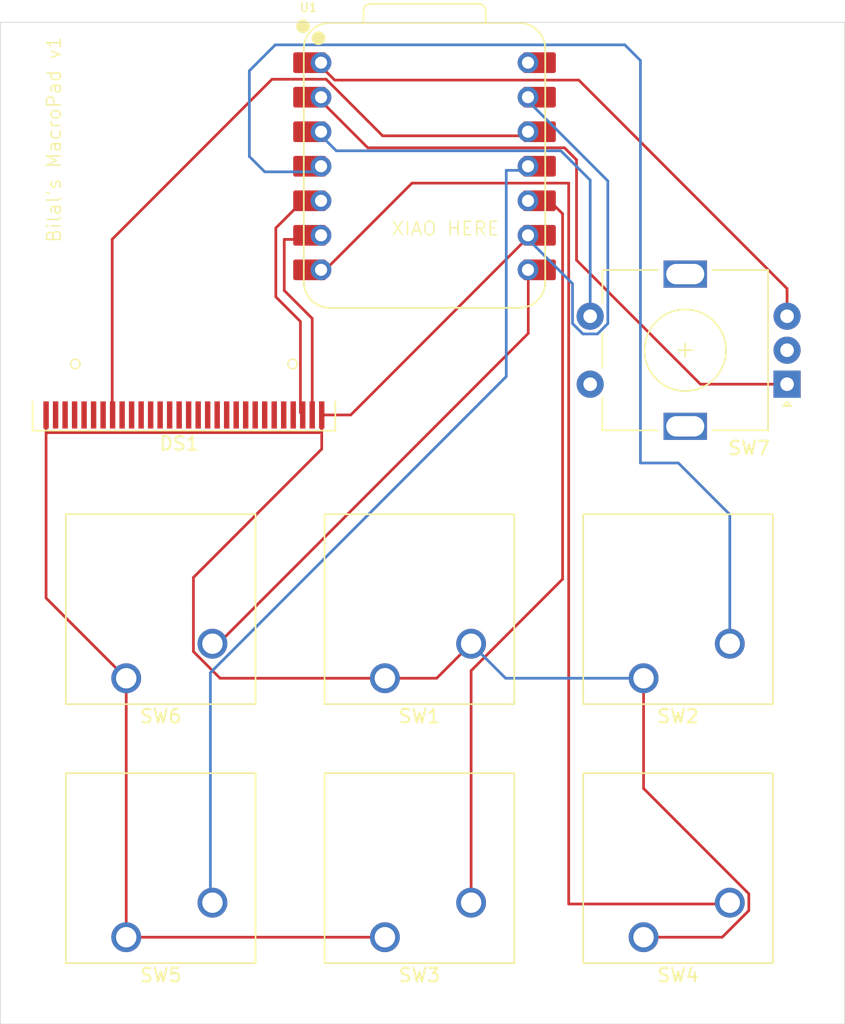
<source format=kicad_pcb>
(kicad_pcb (version 20241229) (generator "pcbnew") (generator_version "9.0")
  (layers (0 "F.Cu" signal) (2 "B.Cu" signal) (13 "F.Paste" user) (15 "B.Paste" user) (5 "F.SilkS" user "F.Silkscreen") (7 "B.SilkS" user "B.Silkscreen") (1 "F.Mask" user) (3 "B.Mask" user) (25 "Edge.Cuts" user))
  (net 0 "")
  (net 6 "+3.3V")
  (net 7 "GND")
  (net 12 "Net-(DS1-SDA)")
  (net 21 "Net-(DS1-SCL)")
  (net 30 "Net-(U1-GPIO29{slash}ADC3{slash}A3)")
  (net 31 "Net-(U1-GPIO4{slash}MISO)")
  (net 32 "Net-(U1-GPIO0{slash}TX)")
  (net 33 "unconnected-(SW5-Pad2)")
  (net 34 "Net-(U1-GPIO1{slash}RX)")
  (net 35 "Net-(U1-GPIO28{slash}ADC2{slash}A2)")
  (net 36 "Net-(U1-GPIO27{slash}ADC1{slash}A1)")
  (net 38 "Net-(U1-GPIO26{slash}ADC0{slash}A0)")
  (footprint "Button_Switch_Keyboard:SW_Cherry_MX_1.00u_PCB" (layer "F.Cu") (at 171.20125 131.18125 180)
    (property "Reference" "SW4" (at -2.54 -2.794 0) (layer "F.SilkS"))
    (property "Value" "SW_Push")
    (fp_line (start 4.445 12.065) (end -9.525 12.065) (stroke (width 0.12)) (layer "F.SilkS"))
    (fp_line (start 4.445 -1.905) (end 4.445 12.065) (stroke (width 0.12)) (layer "F.SilkS"))
    (fp_line (start -9.525 12.065) (end -9.525 -1.905) (stroke (width 0.12)) (layer "F.SilkS"))
    (fp_line (start -9.525 -1.905) (end 4.445 -1.905) (stroke (width 0.12)) (layer "F.SilkS"))
    (pad "" np_thru_hole circle (at -7.62 5.08 180) (size 1.7 1.7) (drill 1.7) (layers "*.Cu" "*.Mask"))
    (pad "" np_thru_hole circle (at -2.54 5.08 180) (size 4 4) (drill 4) (layers "*.Cu" "*.Mask"))
    (pad "" np_thru_hole circle (at 2.54 5.08 180) (size 1.7 1.7) (drill 1.7) (layers "*.Cu" "*.Mask"))
    (pad "1" thru_hole circle (at 0 0 180) (size 2.2 2.2) (drill 1.5) (layers "*.Cu" "*.Mask") (net 7 "GND"))
    (pad "2" thru_hole circle (at -6.35 2.54 180) (size 2.2 2.2) (drill 1.5) (layers "*.Cu" "*.Mask") (net 32 "Net-(U1-GPIO0{slash}TX)"))
  )
  (footprint "OPL:XIAO-RP2040-DIP" (layer "F.Cu") (at 155.06875 74.46875)
    (property "Reference" "U1" (at -8.55 -11.68 0) (layer "F.SilkS") (effects (font (size 0.635 0.635) (thickness 0.1016))))
    (property "Value" "XIAO-RP2040-DIP")
    (fp_line (start -8.89 8.509) (end -8.89 -8.636) (stroke (width 0.127)) (layer "F.SilkS"))
    (fp_line (start -6.985 10.414) (end 6.985 10.414) (stroke (width 0.127)) (layer "F.SilkS"))
    (fp_line (start -4.495 -10.541) (end -4.491272 -11.451272) (stroke (width 0.127)) (layer "F.SilkS"))
    (fp_line (start -3.991272 -11.951) (end 4.004 -11.951) (stroke (width 0.127)) (layer "F.SilkS"))
    (fp_line (start 4.504 -11.451) (end 4.504 -10.541) (stroke (width 0.127)) (layer "F.SilkS"))
    (fp_line (start 6.985 -10.541) (end -6.985 -10.541) (stroke (width 0.1)) (layer "F.SilkS"))
    (fp_line (start 6.985 -10.541) (end -6.985 -10.541) (stroke (width 0.127)) (layer "F.SilkS"))
    (fp_line (start 8.89 8.509) (end 8.89 -8.636) (stroke (width 0.127)) (layer "F.SilkS"))
    (fp_arc (start -8.89 -8.636) (mid -8.332038 -9.983038) (end -6.985 -10.541) (stroke (width 0.127)) (layer "F.SilkS"))
    (fp_arc (start -6.985 10.414) (mid -8.332038 9.856038) (end -8.89 8.509) (stroke (width 0.127)) (layer "F.SilkS"))
    (fp_arc (start -4.491272 -11.451272) (mid -4.344728 -11.80464) (end -3.991272 -11.951) (stroke (width 0.127)) (layer "F.SilkS"))
    (fp_arc (start 4.004 -11.951) (mid 4.357553 -11.804553) (end 4.504 -11.451) (stroke (width 0.127)) (layer "F.SilkS"))
    (fp_arc (start 6.985 -10.541) (mid 8.332038 -9.983038) (end 8.89 -8.636) (stroke (width 0.127)) (layer "F.SilkS"))
    (fp_arc (start 8.89 8.509) (mid 8.332038 9.856038) (end 6.985 10.414) (stroke (width 0.127)) (layer "F.SilkS"))
    (fp_circle (center -8.95 -10.3) (end -8.95 -10.554) (stroke (width 0.5)) (fill yes) (layer "F.SilkS"))
    (fp_circle (center -7.807 -9.42) (end -7.807 -9.674) (stroke (width 0.5)) (fill yes) (layer "F.SilkS"))
    (pad "1" smd roundrect (at -8.455 -7.62 180) (size 2.432 1.524) (layers "F.Cu" "F.Mask") (roundrect_rratio 0.1) (net 38 "Net-(U1-GPIO26{slash}ADC0{slash}A0)"))
    (pad "1" thru_hole circle (at -7.62 -7.62 180) (size 1.524 1.524) (drill 0.889) (layers "*.Cu" "*.Mask") (net 38 "Net-(U1-GPIO26{slash}ADC0{slash}A0)"))
    (pad "2" smd roundrect (at -8.455 -5.08 180) (size 2.432 1.524) (layers "F.Cu" "F.Mask") (roundrect_rratio 0.1) (net 36 "Net-(U1-GPIO27{slash}ADC1{slash}A1)"))
    (pad "2" thru_hole circle (at -7.62 -5.08 180) (size 1.524 1.524) (drill 0.889) (layers "*.Cu" "*.Mask") (net 36 "Net-(U1-GPIO27{slash}ADC1{slash}A1)"))
    (pad "3" smd roundrect (at -8.455 -2.54 180) (size 2.432 1.524) (layers "F.Cu" "F.Mask") (roundrect_rratio 0.1) (net 35 "Net-(U1-GPIO28{slash}ADC2{slash}A2)"))
    (pad "3" thru_hole circle (at -7.62 -2.54 180) (size 1.524 1.524) (drill 0.889) (layers "*.Cu" "*.Mask") (net 35 "Net-(U1-GPIO28{slash}ADC2{slash}A2)"))
    (pad "4" smd roundrect (at -8.455 0 180) (size 2.432 1.524) (layers "F.Cu" "F.Mask") (roundrect_rratio 0.1) (net 30 "Net-(U1-GPIO29{slash}ADC3{slash}A3)"))
    (pad "4" thru_hole circle (at -7.62 0 180) (size 1.524 1.524) (drill 0.889) (layers "*.Cu" "*.Mask") (net 30 "Net-(U1-GPIO29{slash}ADC3{slash}A3)"))
    (pad "5" smd roundrect (at -8.455 2.54 180) (size 2.432 1.524) (layers "F.Cu" "F.Mask") (roundrect_rratio 0.1) (net 12 "Net-(DS1-SDA)"))
    (pad "5" thru_hole circle (at -7.62 2.54 180) (size 1.524 1.524) (drill 0.889) (layers "*.Cu" "*.Mask") (net 12 "Net-(DS1-SDA)"))
    (pad "6" smd roundrect (at -8.455 5.08 180) (size 2.432 1.524) (layers "F.Cu" "F.Mask") (roundrect_rratio 0.1) (net 21 "Net-(DS1-SCL)"))
    (pad "6" thru_hole circle (at -7.62 5.08 180) (size 1.524 1.524) (drill 0.889) (layers "*.Cu" "*.Mask") (net 21 "Net-(DS1-SCL)"))
    (pad "7" smd roundrect (at -8.455 7.62 180) (size 2.432 1.524) (layers "F.Cu" "F.Mask") (roundrect_rratio 0.1) (net 32 "Net-(U1-GPIO0{slash}TX)"))
    (pad "7" thru_hole circle (at -7.62 7.62 180) (size 1.524 1.524) (drill 0.889) (layers "*.Cu" "*.Mask") (net 32 "Net-(U1-GPIO0{slash}TX)"))
    (pad "8" thru_hole circle (at 7.62 7.62) (size 1.524 1.524) (drill 0.889) (layers "*.Cu" "*.Mask") (net 34 "Net-(U1-GPIO1{slash}RX)"))
    (pad "8" smd roundrect (at 8.455 7.62) (size 2.432 1.524) (layers "F.Cu" "F.Mask") (roundrect_rratio 0.1) (net 34 "Net-(U1-GPIO1{slash}RX)"))
    (pad "9" thru_hole circle (at 7.62 5.08) (size 1.524 1.524) (drill 0.889) (layers "*.Cu" "*.Mask") (net 7 "GND"))
    (pad "9" smd roundrect (at 8.455 5.08) (size 2.432 1.524) (layers "F.Cu" "F.Mask") (roundrect_rratio 0.1) (net 7 "GND"))
    (pad "10" thru_hole circle (at 7.62 2.54) (size 1.524 1.524) (drill 0.889) (layers "*.Cu" "*.Mask") (net 31 "Net-(U1-GPIO4{slash}MISO)"))
    (pad "10" smd roundrect (at 8.455 2.54) (size 2.432 1.524) (layers "F.Cu" "F.Mask") (roundrect_rratio 0.1) (net 31 "Net-(U1-GPIO4{slash}MISO)"))
    (pad "11" thru_hole circle (at 7.62 0) (size 1.524 1.524) (drill 0.889) (layers "*.Cu" "*.Mask") (net 33 "unconnected-(SW5-Pad2)"))
    (pad "11" smd roundrect (at 8.455 0) (size 2.432 1.524) (layers "F.Cu" "F.Mask") (roundrect_rratio 0.1) (net 33 "unconnected-(SW5-Pad2)"))
    (pad "12" thru_hole circle (at 7.62 -2.54) (size 1.524 1.524) (drill 0.889) (layers "*.Cu" "*.Mask") (net 6 "+3.3V"))
    (pad "12" smd roundrect (at 8.455 -2.54) (size 2.432 1.524) (layers "F.Cu" "F.Mask") (roundrect_rratio 0.1) (net 6 "+3.3V"))
    (pad "13" thru_hole circle (at 7.62 -5.08) (size 1.524 1.524) (drill 0.889) (layers "*.Cu" "*.Mask") (net 7 "GND"))
    (pad "13" smd roundrect (at 8.455 -5.08) (size 2.432 1.524) (layers "F.Cu" "F.Mask") (roundrect_rratio 0.1) (net 7 "GND"))
    (pad "14" thru_hole circle (at 7.62 -7.62) (size 1.524 1.524) (drill 0.889) (layers "*.Cu" "*.Mask"))
    (pad "14" smd roundrect (at 8.455 -7.62) (size 2.432 1.524) (layers "F.Cu" "F.Mask") (roundrect_rratio 0.1))
  )
  (footprint "Button_Switch_Keyboard:SW_Cherry_MX_1.00u_PCB" (layer "F.Cu") (at 152.15125 112.13125 180)
    (property "Reference" "SW1" (at -2.54 -2.794 0) (layer "F.SilkS"))
    (property "Value" "SW_Push")
    (fp_line (start 4.445 12.065) (end -9.525 12.065) (stroke (width 0.12)) (layer "F.SilkS"))
    (fp_line (start 4.445 -1.905) (end 4.445 12.065) (stroke (width 0.12)) (layer "F.SilkS"))
    (fp_line (start -9.525 12.065) (end -9.525 -1.905) (stroke (width 0.12)) (layer "F.SilkS"))
    (fp_line (start -9.525 -1.905) (end 4.445 -1.905) (stroke (width 0.12)) (layer "F.SilkS"))
    (pad "" np_thru_hole circle (at -7.62 5.08 180) (size 1.7 1.7) (drill 1.7) (layers "*.Cu" "*.Mask"))
    (pad "" np_thru_hole circle (at -2.54 5.08 180) (size 4 4) (drill 4) (layers "*.Cu" "*.Mask"))
    (pad "" np_thru_hole circle (at 2.54 5.08 180) (size 1.7 1.7) (drill 1.7) (layers "*.Cu" "*.Mask"))
    (pad "1" thru_hole circle (at 0 0 180) (size 2.2 2.2) (drill 1.5) (layers "*.Cu" "*.Mask") (net 7 "GND"))
    (pad "2" thru_hole circle (at -6.35 2.54 180) (size 2.2 2.2) (drill 1.5) (layers "*.Cu" "*.Mask") (net 7 "GND"))
  )
  (footprint "Rotary_Encoder:RotaryEncoder_Alps_EC11E-Switch_Vertical_H20mm" (layer "F.Cu") (at 181.76875 90.50125 180)
    (property "Reference" "SW7" (at 2.8 -4.7 0) (layer "F.SilkS"))
    (property "Value" "RotaryEncoder_Switch")
    (fp_line (start 13.6 8.4) (end 9.5 8.4) (stroke (width 0.12)) (layer "F.SilkS"))
    (fp_line (start 13.6 6) (end 13.6 8.4) (stroke (width 0.12)) (layer "F.SilkS"))
    (fp_line (start 13.6 1.2) (end 13.6 3.8) (stroke (width 0.12)) (layer "F.SilkS"))
    (fp_line (start 13.6 -3.4) (end 13.6 -1) (stroke (width 0.12)) (layer "F.SilkS"))
    (fp_line (start 9.5 -3.4) (end 13.6 -3.4) (stroke (width 0.12)) (layer "F.SilkS"))
    (fp_line (start 7.5 2) (end 7.5 3) (stroke (width 0.12)) (layer "F.SilkS"))
    (fp_line (start 7 2.5) (end 8 2.5) (stroke (width 0.12)) (layer "F.SilkS"))
    (fp_line (start 5.5 8.4) (end 1.4 8.4) (stroke (width 0.12)) (layer "F.SilkS"))
    (fp_line (start 5.5 -3.4) (end 1.4 -3.4) (stroke (width 0.12)) (layer "F.SilkS"))
    (fp_line (start 1.4 -3.4) (end 1.4 8.4) (stroke (width 0.12)) (layer "F.SilkS"))
    (fp_line (start 0.3 -1.6) (end 0 -1.3) (stroke (width 0.12)) (layer "F.SilkS"))
    (fp_line (start 0 -1.3) (end -0.3 -1.6) (stroke (width 0.12)) (layer "F.SilkS"))
    (fp_line (start -0.3 -1.6) (end 0.3 -1.6) (stroke (width 0.12)) (layer "F.SilkS"))
    (fp_circle (center 7.5 2.5) (end 10.5 2.5) (stroke (width 0.12)) (fill no) (layer "F.SilkS"))
    (pad "A" thru_hole rect (at 0 0 180) (size 2 2) (drill 1) (layers "*.Cu" "*.Mask") (net 36 "Net-(U1-GPIO27{slash}ADC1{slash}A1)"))
    (pad "B" thru_hole circle (at 0 5 180) (size 2 2) (drill 1) (layers "*.Cu" "*.Mask") (net 38 "Net-(U1-GPIO26{slash}ADC0{slash}A0)"))
    (pad "C" thru_hole circle (at 0 2.5 180) (size 2 2) (drill 1) (layers "*.Cu" "*.Mask"))
    (pad "MP" thru_hole rect (at 7.5 -3.1 180) (size 3.2 2) (drill oval 2.8 1.5) (layers "*.Cu" "*.Mask"))
    (pad "MP" thru_hole rect (at 7.5 8.1 180) (size 3.2 2) (drill oval 2.8 1.5) (layers "*.Cu" "*.Mask"))
    (pad "S1" thru_hole circle (at 14.5 5 180) (size 2 2) (drill 1) (layers "*.Cu" "*.Mask") (net 35 "Net-(U1-GPIO28{slash}ADC2{slash}A2)"))
    (pad "S2" thru_hole circle (at 14.5 0 180) (size 2 2) (drill 1) (layers "*.Cu" "*.Mask"))
  )
  (footprint "Button_Switch_Keyboard:SW_Cherry_MX_1.00u_PCB" (layer "F.Cu") (at 133.10125 131.18125 180)
    (property "Reference" "SW5" (at -2.54 -2.794 0) (layer "F.SilkS"))
    (property "Value" "SW_Push")
    (fp_line (start 4.445 12.065) (end -9.525 12.065) (stroke (width 0.12)) (layer "F.SilkS"))
    (fp_line (start 4.445 -1.905) (end 4.445 12.065) (stroke (width 0.12)) (layer "F.SilkS"))
    (fp_line (start -9.525 12.065) (end -9.525 -1.905) (stroke (width 0.12)) (layer "F.SilkS"))
    (fp_line (start -9.525 -1.905) (end 4.445 -1.905) (stroke (width 0.12)) (layer "F.SilkS"))
    (pad "" np_thru_hole circle (at -7.62 5.08 180) (size 1.7 1.7) (drill 1.7) (layers "*.Cu" "*.Mask"))
    (pad "" np_thru_hole circle (at -2.54 5.08 180) (size 4 4) (drill 4) (layers "*.Cu" "*.Mask"))
    (pad "" np_thru_hole circle (at 2.54 5.08 180) (size 1.7 1.7) (drill 1.7) (layers "*.Cu" "*.Mask"))
    (pad "1" thru_hole circle (at 0 0 180) (size 2.2 2.2) (drill 1.5) (layers "*.Cu" "*.Mask") (net 7 "GND"))
    (pad "2" thru_hole circle (at -6.35 2.54 180) (size 2.2 2.2) (drill 1.5) (layers "*.Cu" "*.Mask") (net 33 "unconnected-(SW5-Pad2)"))
  )
  (footprint "Button_Switch_Keyboard:SW_Cherry_MX_1.00u_PCB" (layer "F.Cu") (at 171.20125 112.13125 180)
    (property "Reference" "SW2" (at -2.54 -2.794 0) (layer "F.SilkS"))
    (property "Value" "SW_Push")
    (fp_line (start 4.445 12.065) (end -9.525 12.065) (stroke (width 0.12)) (layer "F.SilkS"))
    (fp_line (start 4.445 -1.905) (end 4.445 12.065) (stroke (width 0.12)) (layer "F.SilkS"))
    (fp_line (start -9.525 12.065) (end -9.525 -1.905) (stroke (width 0.12)) (layer "F.SilkS"))
    (fp_line (start -9.525 -1.905) (end 4.445 -1.905) (stroke (width 0.12)) (layer "F.SilkS"))
    (pad "" np_thru_hole circle (at -7.62 5.08 180) (size 1.7 1.7) (drill 1.7) (layers "*.Cu" "*.Mask"))
    (pad "" np_thru_hole circle (at -2.54 5.08 180) (size 4 4) (drill 4) (layers "*.Cu" "*.Mask"))
    (pad "" np_thru_hole circle (at 2.54 5.08 180) (size 1.7 1.7) (drill 1.7) (layers "*.Cu" "*.Mask"))
    (pad "1" thru_hole circle (at 0 0 180) (size 2.2 2.2) (drill 1.5) (layers "*.Cu" "*.Mask") (net 7 "GND"))
    (pad "2" thru_hole circle (at -6.35 2.54 180) (size 2.2 2.2) (drill 1.5) (layers "*.Cu" "*.Mask") (net 30 "Net-(U1-GPIO29{slash}ADC3{slash}A3)"))
  )
  (footprint "Display:OLED-128O064D" (layer "F.Cu") (at 137.34875 92.76375)
    (property "Reference" "DS1" (at -0.35 2.1 0) (layer "F.SilkS"))
    (property "Value" "OLED-128O064D")
    (fp_line (start -11.15 -1) (end -11.15 1.15) (stroke (width 0.12)) (layer "F.SilkS"))
    (fp_line (start -11.15 1.15) (end 11.15 1.15) (stroke (width 0.12)) (layer "F.SilkS"))
    (fp_line (start 11.15 1.15) (end 11.15 -1) (stroke (width 0.12)) (layer "F.SilkS"))
    (fp_circle (center -8 -3.75) (end -7.65 -3.75) (stroke (width 0.1)) (fill no) (layer "F.SilkS"))
    (fp_circle (center 8 -3.75) (end 8.35 -3.75) (stroke (width 0.1)) (fill no) (layer "F.SilkS"))
    (pad "1" smd rect (at -10.15 0) (size 0.4 2) (layers "F.Cu" "F.Mask" "F.Paste") (net 7 "GND"))
    (pad "2" smd rect (at -9.45 0) (size 0.4 2) (layers "F.Cu" "F.Mask" "F.Paste"))
    (pad "3" smd rect (at -8.75 0) (size 0.4 2) (layers "F.Cu" "F.Mask" "F.Paste"))
    (pad "4" smd rect (at -8.05 0) (size 0.4 2) (layers "F.Cu" "F.Mask" "F.Paste"))
    (pad "5" smd rect (at -7.35 0) (size 0.4 2) (layers "F.Cu" "F.Mask" "F.Paste"))
    (pad "6" smd rect (at -6.65 0) (size 0.4 2) (layers "F.Cu" "F.Mask" "F.Paste"))
    (pad "7" smd rect (at -5.95 0) (size 0.4 2) (layers "F.Cu" "F.Mask" "F.Paste"))
    (pad "8" smd rect (at -5.25 0) (size 0.4 2) (layers "F.Cu" "F.Mask" "F.Paste") (net 6 "+3.3V"))
    (pad "9" smd rect (at -4.55 0) (size 0.4 2) (layers "F.Cu" "F.Mask" "F.Paste"))
    (pad "10" smd rect (at -3.85 0) (size 0.4 2) (layers "F.Cu" "F.Mask" "F.Paste"))
    (pad "11" smd rect (at -3.15 0) (size 0.4 2) (layers "F.Cu" "F.Mask" "F.Paste"))
    (pad "12" smd rect (at -2.45 0) (size 0.4 2) (layers "F.Cu" "F.Mask" "F.Paste"))
    (pad "13" smd rect (at -1.75 0) (size 0.4 2) (layers "F.Cu" "F.Mask" "F.Paste"))
    (pad "14" smd rect (at -1.05 0) (size 0.4 2) (layers "F.Cu" "F.Mask" "F.Paste"))
    (pad "15" smd rect (at -0.35 0) (size 0.4 2) (layers "F.Cu" "F.Mask" "F.Paste"))
    (pad "16" smd rect (at 0.35 0) (size 0.4 2) (layers "F.Cu" "F.Mask" "F.Paste"))
    (pad "17" smd rect (at 1.05 0) (size 0.4 2) (layers "F.Cu" "F.Mask" "F.Paste"))
    (pad "18" smd rect (at 1.75 0) (size 0.4 2) (layers "F.Cu" "F.Mask" "F.Paste"))
    (pad "19" smd rect (at 2.45 0) (size 0.4 2) (layers "F.Cu" "F.Mask" "F.Paste"))
    (pad "20" smd rect (at 3.15 0) (size 0.4 2) (layers "F.Cu" "F.Mask" "F.Paste"))
    (pad "21" smd rect (at 3.85 0) (size 0.4 2) (layers "F.Cu" "F.Mask" "F.Paste"))
    (pad "22" smd rect (at 4.55 0) (size 0.4 2) (layers "F.Cu" "F.Mask" "F.Paste"))
    (pad "23" smd rect (at 5.25 0) (size 0.4 2) (layers "F.Cu" "F.Mask" "F.Paste"))
    (pad "24" smd rect (at 5.95 0) (size 0.4 2) (layers "F.Cu" "F.Mask" "F.Paste"))
    (pad "25" smd rect (at 6.65 0) (size 0.4 2) (layers "F.Cu" "F.Mask" "F.Paste"))
    (pad "26" smd rect (at 7.35 0) (size 0.4 2) (layers "F.Cu" "F.Mask" "F.Paste"))
    (pad "27" smd rect (at 8.05 0) (size 0.4 2) (layers "F.Cu" "F.Mask" "F.Paste"))
    (pad "28" smd rect (at 8.75 0) (size 0.4 2) (layers "F.Cu" "F.Mask" "F.Paste") (net 12 "Net-(DS1-SDA)"))
    (pad "29" smd rect (at 9.45 0) (size 0.4 2) (layers "F.Cu" "F.Mask" "F.Paste") (net 21 "Net-(DS1-SCL)"))
    (pad "30" smd rect (at 10.15 0) (size 0.4 2) (layers "F.Cu" "F.Mask" "F.Paste") (net 7 "GND"))
  )
  (footprint "Button_Switch_Keyboard:SW_Cherry_MX_1.00u_PCB" (layer "F.Cu") (at 133.10125 112.13125 180)
    (property "Reference" "SW6" (at -2.54 -2.794 0) (layer "F.SilkS"))
    (property "Value" "SW_Push")
    (fp_line (start 4.445 12.065) (end -9.525 12.065) (stroke (width 0.12)) (layer "F.SilkS"))
    (fp_line (start 4.445 -1.905) (end 4.445 12.065) (stroke (width 0.12)) (layer "F.SilkS"))
    (fp_line (start -9.525 12.065) (end -9.525 -1.905) (stroke (width 0.12)) (layer "F.SilkS"))
    (fp_line (start -9.525 -1.905) (end 4.445 -1.905) (stroke (width 0.12)) (layer "F.SilkS"))
    (pad "" np_thru_hole circle (at -7.62 5.08 180) (size 1.7 1.7) (drill 1.7) (layers "*.Cu" "*.Mask"))
    (pad "" np_thru_hole circle (at -2.54 5.08 180) (size 4 4) (drill 4) (layers "*.Cu" "*.Mask"))
    (pad "" np_thru_hole circle (at 2.54 5.08 180) (size 1.7 1.7) (drill 1.7) (layers "*.Cu" "*.Mask"))
    (pad "1" thru_hole circle (at 0 0 180) (size 2.2 2.2) (drill 1.5) (layers "*.Cu" "*.Mask") (net 7 "GND"))
    (pad "2" thru_hole circle (at -6.35 2.54 180) (size 2.2 2.2) (drill 1.5) (layers "*.Cu" "*.Mask") (net 34 "Net-(U1-GPIO1{slash}RX)"))
  )
  (footprint "Button_Switch_Keyboard:SW_Cherry_MX_1.00u_PCB" (layer "F.Cu") (at 152.15125 131.18125 180)
    (property "Reference" "SW3" (at -2.54 -2.794 0) (layer "F.SilkS"))
    (property "Value" "SW_Push")
    (fp_line (start 4.445 12.065) (end -9.525 12.065) (stroke (width 0.12)) (layer "F.SilkS"))
    (fp_line (start 4.445 -1.905) (end 4.445 12.065) (stroke (width 0.12)) (layer "F.SilkS"))
    (fp_line (start -9.525 12.065) (end -9.525 -1.905) (stroke (width 0.12)) (layer "F.SilkS"))
    (fp_line (start -9.525 -1.905) (end 4.445 -1.905) (stroke (width 0.12)) (layer "F.SilkS"))
    (pad "" np_thru_hole circle (at -7.62 5.08 180) (size 1.7 1.7) (drill 1.7) (layers "*.Cu" "*.Mask"))
    (pad "" np_thru_hole circle (at -2.54 5.08 180) (size 4 4) (drill 4) (layers "*.Cu" "*.Mask"))
    (pad "" np_thru_hole circle (at 2.54 5.08 180) (size 1.7 1.7) (drill 1.7) (layers "*.Cu" "*.Mask"))
    (pad "1" thru_hole circle (at 0 0 180) (size 2.2 2.2) (drill 1.5) (layers "*.Cu" "*.Mask") (net 7 "GND"))
    (pad "2" thru_hole circle (at -6.35 2.54 180) (size 2.2 2.2) (drill 1.5) (layers "*.Cu" "*.Mask") (net 31 "Net-(U1-GPIO4{slash}MISO)"))
  )
  (gr_rect (start 123.83 63.88125) (end 186.01 137.57) (stroke (width 0.05)) (fill no) (layer "Edge.Cuts"))
  (gr_text "XIAO HERE" (at 152.55875 79.63875 0) (layer "F.SilkS") (effects (font (size 1 1) (thickness 0.1)) (justify left bottom)))
  (gr_text "Bilal's MacroPad v1" (at 128.36875 80.15875 90) (layer "F.SilkS") (effects (font (size 1 1) (thickness 0.1)) (justify left bottom)))
  (segment (start 143.8375 68.07) (end 147.8229 68.07) (width 0.2) (layer "F.Cu") (net 6))
  (segment (start 132.0675 79.84) (end 143.8375 68.07) (width 0.2) (layer "F.Cu") (net 6))
  (segment (start 132.09875 92.76375) (end 132.0675 92.7325) (width 0.2) (layer "F.Cu") (net 6))
  (segment (start 147.8229 68.07) (end 151.98165 72.22875) (width 0.2) (layer "F.Cu") (net 6))
  (segment (start 151.98165 72.22875) (end 163.54375 72.22875) (width 0.2) (layer "F.Cu") (net 6))
  (segment (start 132.0675 92.7325) (end 132.0675 79.84) (width 0.2) (layer "F.Cu") (net 6))
  (segment (start 133.10125 131.18125) (end 152.15125 131.18125) (width 0.2) (layer "F.Cu") (net 7))
  (segment (start 147.29975 94.06475) (end 127.29975 94.06475) (width 0.2) (layer "F.Cu") (net 7))
  (segment (start 147.49875 92.76375) (end 147.49875 93.86575) (width 0.2) (layer "F.Cu") (net 7))
  (segment (start 152.15125 112.13125) (end 140.009936 112.13125) (width 0.2) (layer "F.Cu") (net 7))
  (segment (start 127.19875 106.22875) (end 133.10125 112.13125) (width 0.2) (layer "F.Cu") (net 7))
  (segment (start 127.19875 92.76375) (end 127.19875 106.22875) (width 0.2) (layer "F.Cu") (net 7))
  (segment (start 171.20125 131.18125) (end 176.992564 131.18125) (width 0.2) (layer "F.Cu") (net 7))
  (segment (start 176.992564 131.18125) (end 178.95225 129.221564) (width 0.2) (layer "F.Cu") (net 7))
  (segment (start 178.95225 129.221564) (end 178.95225 127.987434) (width 0.2) (layer "F.Cu") (net 7))
  (segment (start 155.96125 112.13125) (end 152.15125 112.13125) (width 0.2) (layer "F.Cu") (net 7))
  (segment (start 171.20125 120.236434) (end 171.20125 112.13125) (width 0.2) (layer "F.Cu") (net 7))
  (segment (start 178.95225 127.987434) (end 171.20125 120.236434) (width 0.2) (layer "F.Cu") (net 7))
  (segment (start 138.05025 104.71725) (end 147.49875 95.26875) (width 0.2) (layer "F.Cu") (net 7))
  (segment (start 162.70875 79.84875) (end 162.54875 79.84875) (width 0.2) (layer "F.Cu") (net 7))
  (segment (start 138.05025 110.171564) (end 138.05025 104.71725) (width 0.2) (layer "F.Cu") (net 7))
  (segment (start 127.29975 94.06475) (end 127.19875 93.96375) (width 0.2) (layer "F.Cu") (net 7))
  (segment (start 127.19875 93.96375) (end 127.19875 92.76375) (width 0.2) (layer "F.Cu") (net 7))
  (segment (start 149.63375 92.76375) (end 147.49875 92.76375) (width 0.2) (layer "F.Cu") (net 7))
  (segment (start 133.10125 112.13125) (end 133.10125 131.18125) (width 0.2) (layer "F.Cu") (net 7))
  (segment (start 140.009936 112.13125) (end 138.05025 110.171564) (width 0.2) (layer "F.Cu") (net 7))
  (segment (start 158.50125 109.59125) (end 155.96125 112.13125) (width 0.2) (layer "F.Cu") (net 7))
  (segment (start 162.54875 79.84875) (end 149.63375 92.76375) (width 0.2) (layer "F.Cu") (net 7))
  (segment (start 147.49875 93.86575) (end 147.29975 94.06475) (width 0.2) (layer "F.Cu") (net 7))
  (segment (start 147.49875 95.26875) (end 147.49875 92.76375) (width 0.2) (layer "F.Cu") (net 7))
  (segment (start 167.807642 86.80225) (end 168.56975 86.040142) (width 0.2) (layer "B.Cu") (net 7))
  (segment (start 166.729858 86.80225) (end 167.807642 86.80225) (width 0.2) (layer "B.Cu") (net 7))
  (segment (start 165.96775 86.040142) (end 166.729858 86.80225) (width 0.2) (layer "B.Cu") (net 7))
  (segment (start 171.20125 112.13125) (end 161.04125 112.13125) (width 0.2) (layer "B.Cu") (net 7))
  (segment (start 168.56975 86.040142) (end 168.56975 75.54975) (width 0.2) (layer "B.Cu") (net 7))
  (segment (start 165.96775 83.10775) (end 165.96775 86.040142) (width 0.2) (layer "B.Cu") (net 7))
  (segment (start 168.56975 75.54975) (end 162.70875 69.68875) (width 0.2) (layer "B.Cu") (net 7))
  (segment (start 162.70875 79.84875) (end 165.96775 83.10775) (width 0.2) (layer "B.Cu") (net 7))
  (segment (start 161.04125 112.13125) (end 158.50125 109.59125) (width 0.2) (layer "B.Cu") (net 7))
  (segment (start 145.92875 85.88875) (end 144.11875 84.07875) (width 0.2) (layer "F.Cu") (net 12))
  (segment (start 145.81875 77.30875) (end 146.63375 77.30875) (width 0.2) (layer "F.Cu") (net 12))
  (segment (start 145.92875 92.59375) (end 145.92875 85.88875) (width 0.2) (layer "F.Cu") (net 12))
  (segment (start 144.11875 79.00875) (end 145.81875 77.30875) (width 0.2) (layer "F.Cu") (net 12))
  (segment (start 146.09875 92.76375) (end 145.92875 92.59375) (width 0.2) (layer "F.Cu") (net 12))
  (segment (start 144.11875 84.07875) (end 144.11875 79.00875) (width 0.2) (layer "F.Cu") (net 12))
  (segment (start 146.79875 85.66875) (end 144.73875 83.60875) (width 0.2) (layer "F.Cu") (net 21))
  (segment (start 144.73875 79.84875) (end 146.63375 79.84875) (width 0.2) (layer "F.Cu") (net 21))
  (segment (start 144.73875 83.60875) (end 144.73875 79.84875) (width 0.2) (layer "F.Cu") (net 21))
  (segment (start 146.79875 92.76375) (end 146.79875 85.66875) (width 0.2) (layer "F.Cu") (net 21))
  (segment (start 144.07875 65.53875) (end 142.16875 67.44875) (width 0.2) (layer "B.Cu") (net 30))
  (segment (start 177.55125 109.59125) (end 177.55125 100.08575) (width 0.2) (layer "B.Cu") (net 30))
  (segment (start 169.81875 65.53875) (end 144.07875 65.53875) (width 0.2) (layer "B.Cu") (net 30))
  (segment (start 177.55125 100.08575) (end 173.76425 96.29875) (width 0.2) (layer "B.Cu") (net 30))
  (segment (start 170.96875 96.29875) (end 170.96875 66.68875) (width 0.2) (layer "B.Cu") (net 30))
  (segment (start 173.76425 96.29875) (end 170.96875 96.29875) (width 0.2) (layer "B.Cu") (net 30))
  (segment (start 142.16875 67.44875) (end 142.16875 73.74875) (width 0.2) (layer "B.Cu") (net 30))
  (segment (start 170.96875 66.68875) (end 169.81875 65.53875) (width 0.2) (layer "B.Cu") (net 30))
  (segment (start 143.29875 74.87875) (end 147.45875 74.87875) (width 0.2) (layer "B.Cu") (net 30))
  (segment (start 142.16875 73.74875) (end 143.29875 74.87875) (width 0.2) (layer "B.Cu") (net 30))
  (segment (start 165.2375 77.97) (end 164.57625 77.30875) (width 0.2) (layer "F.Cu") (net 31))
  (segment (start 158.50125 111.572564) (end 165.2375 104.836314) (width 0.2) (layer "F.Cu") (net 31))
  (segment (start 164.57625 77.30875) (end 163.54375 77.30875) (width 0.2) (layer "F.Cu") (net 31))
  (segment (start 165.2375 104.836314) (end 165.2375 77.97) (width 0.2) (layer "F.Cu") (net 31))
  (segment (start 158.50125 128.64125) (end 158.50125 111.572564) (width 0.2) (layer "F.Cu") (net 31))
  (segment (start 177.45375 128.73875) (end 165.6875 128.73875) (width 0.2) (layer "F.Cu") (net 32))
  (segment (start 165.6875 128.73875) (end 165.6875 75.71) (width 0.2) (layer "F.Cu") (net 32))
  (segment (start 154.1475 75.71) (end 147.46875 82.38875) (width 0.2) (layer "F.Cu") (net 32))
  (segment (start 177.55125 128.64125) (end 177.45375 128.73875) (width 0.2) (layer "F.Cu") (net 32))
  (segment (start 165.6875 75.71) (end 154.1475 75.71) (width 0.2) (layer "F.Cu") (net 32))
  (segment (start 161.08875 74.76875) (end 162.70875 74.76875) (width 0.2) (layer "B.Cu") (net 33))
  (segment (start 139.29875 111.725064) (end 161.08875 89.935064) (width 0.2) (layer "B.Cu") (net 33))
  (segment (start 139.45125 128.64125) (end 139.29875 128.48875) (width 0.2) (layer "B.Cu") (net 33))
  (segment (start 161.08875 89.935064) (end 161.08875 74.76875) (width 0.2) (layer "B.Cu") (net 33))
  (segment (start 139.29875 128.48875) (end 139.29875 111.725064) (width 0.2) (layer "B.Cu") (net 33))
  (segment (start 162.70875 82.38875) (end 162.70875 86.76222) (width 0.2) (layer "F.Cu") (net 34))
  (segment (start 139.87972 109.59125) (end 139.45125 109.59125) (width 0.2) (layer "F.Cu") (net 34))
  (segment (start 162.70875 86.76222) (end 139.87972 109.59125) (width 0.2) (layer "F.Cu") (net 34))
  (segment (start 165.11 73.33) (end 167.26875 75.48875) (width 0.2) (layer "B.Cu") (net 35))
  (segment (start 167.26875 75.48875) (end 167.26875 85.50125) (width 0.2) (layer "B.Cu") (net 35))
  (segment (start 148.57 73.33) (end 165.11 73.33) (width 0.2) (layer "B.Cu") (net 35))
  (segment (start 147.46875 72.22875) (end 148.57 73.33) (width 0.2) (layer "B.Cu") (net 35))
  (segment (start 166.26375 73.998574) (end 165.375176 73.11) (width 0.2) (layer "F.Cu") (net 36))
  (segment (start 175.39125 90.50125) (end 166.26375 81.37375) (width 0.2) (layer "F.Cu") (net 36))
  (segment (start 150.89 73.11) (end 147.46875 69.68875) (width 0.2) (layer "F.Cu") (net 36))
  (segment (start 165.375176 73.11) (end 150.89 73.11) (width 0.2) (layer "F.Cu") (net 36))
  (segment (start 166.26375 81.37375) (end 166.26375 73.998574) (width 0.2) (layer "F.Cu") (net 36))
  (segment (start 181.76875 90.50125) (end 175.39125 90.50125) (width 0.2) (layer "F.Cu") (net 36))
  (segment (start 166.4275 68.13) (end 148.45 68.13) (width 0.2) (layer "F.Cu") (net 38))
  (segment (start 181.76875 83.47125) (end 166.4275 68.13) (width 0.2) (layer "F.Cu") (net 38))
  (segment (start 148.45 68.13) (end 147.46875 67.14875) (width 0.2) (layer "F.Cu") (net 38))
  (segment (start 181.76875 85.50125) (end 181.76875 83.47125) (width 0.2) (layer "F.Cu") (net 38))
)
</source>
